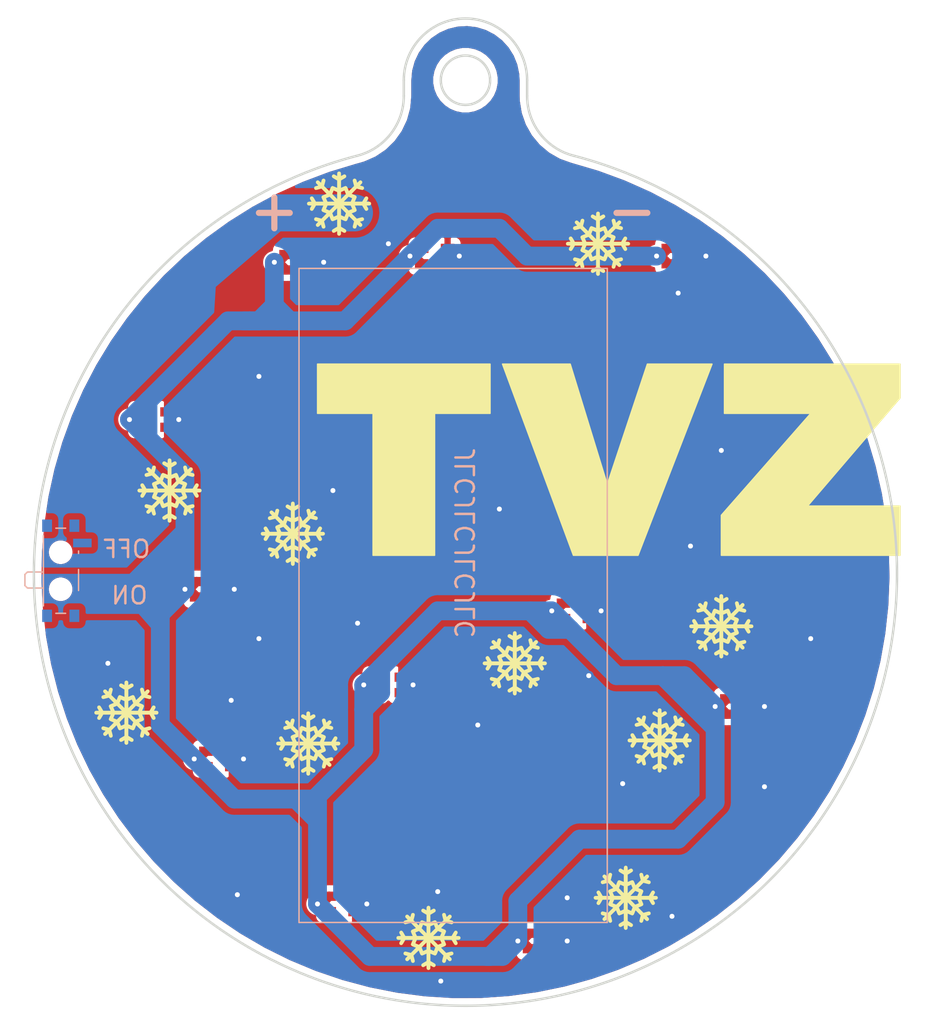
<source format=kicad_pcb>
(kicad_pcb (version 20171130) (host pcbnew "(5.1.10)-1")
  (layers (0 F.Cu signal) (31 B.Cu signal) (34 B.Paste user) (35 F.Paste user) (36 B.SilkS user) (37 F.SilkS user) (38 B.Mask user) (39 F.Mask user) (44 Edge.Cuts user))
  (net 0 "")
  (net 1 "Net-(D1-Pad1)")
  (net 2 "Net-(SW1-Pad3)")
  (net 3 VCC)
  (net 4 GND)
  (module TVZ_kuglica:ukras1 (layer F.Cu) (at 150 126.25)
    (fp_text reference G*** hide)
    (fp_text value LOGO hide)
  )
  (module TVZ_kuglica:ukras1 (layer F.Cu) (at 134 129.5)
    (fp_text reference G*** hide)
    (fp_text value LOGO hide)
  )
  (module TVZ_kuglica:ukras1 (layer F.Cu) (at 147.75 73.25)
    (fp_text reference G*** hide)
    (fp_text value LOGO hide)
  )
  (module TVZ_kuglica:ukras3 (layer F.Cu) (at 137 68.75)
    (fp_text reference G*** hide)
    (fp_text value LOGO hide)
  )
  (module TVZ_kuglica:ukras1 (layer F.Cu) (at 152.75 113.5)
    (fp_text reference G*** hide)
    (fp_text value LOGO hide)
  )
  (module TVZ_kuglica:ukras1 (layer F.Cu) (at 157.75 104.25)
    (fp_text reference G*** hide)
    (fp_text value LOGO hide)
  )
  (module TVZ_kuglica:ukras1 (layer F.Cu) (at 141 107.25)
    (fp_text reference G*** hide)
    (fp_text value LOGO hide)
  )
  (module TVZ_kuglica:ukras1 (layer F.Cu) (at 124.25 113.75)
    (fp_text reference G*** hide)
    (fp_text value LOGO hide)
  )
  (module TVZ_kuglica:ukras1 (layer F.Cu) (at 109.5 111.25)
    (fp_text reference G*** hide)
    (fp_text value LOGO hide)
  )
  (module TVZ_kuglica:ukras1 (layer F.Cu) (at 123 96.75)
    (fp_text reference G*** hide)
    (fp_text value LOGO hide)
  )
  (module TVZ_kuglica:ukras1 (layer F.Cu) (at 113 93.25)
    (fp_text reference G*** hide)
    (fp_text value LOGO hide)
  )
  (module TVZ_kuglica:ukras1 (layer F.Cu) (at 126.75 70)
    (fp_text reference G*** hide)
    (fp_text value LOGO hide)
  )
  (module TVZ_kuglica:BAT-2xAAA-horizontalni_padovi (layer B.Cu) (at 136.5 101.75)
    (fp_text reference BT1 hide)
    (fp_text value 2xAAA)
    (pad 1 smd oval (at -10 -31 90) (size 3 6) (layers B.Cu B.Paste B.Mask) (net 3 VCC))
    (pad 2 smd oval (at 9 -31 270) (size 3 6) (layers B.Cu B.Paste B.Mask) (net 4 GND))
  )
  (module Button_Switch_SMD:SW_SPDT_PCM12 (layer B.Cu) (at 104.5 99.75 90)
    (fp_text reference SW1 hide)
    (fp_text value SW_SPDT)
    (pad "" np_thru_hole circle (at -1.5 -0.33 90) (size 0.9 0.9) (drill 0.9) (layers *.Cu *.Mask))
    (pad "" np_thru_hole circle (at 1.5 -0.33 90) (size 0.9 0.9) (drill 0.9) (layers *.Cu *.Mask))
    (pad 1 smd rect (at -2.25 1.43 90) (size 0.7 1.5) (layers B.Cu B.Paste B.Mask) (net 1 "Net-(D1-Pad1)"))
    (pad 2 smd rect (at 0.75 1.43 90) (size 0.7 1.5) (layers B.Cu B.Paste B.Mask) (net 3 VCC))
    (pad 3 smd rect (at 2.25 1.43 90) (size 0.7 1.5) (layers B.Cu B.Paste B.Mask) (net 2 "Net-(SW1-Pad3)"))
    (pad "" smd rect (at -3.65 -1.43 90) (size 1 0.8) (layers B.Cu B.Paste B.Mask))
    (pad "" smd rect (at 3.65 -1.43 90) (size 1 0.8) (layers B.Cu B.Paste B.Mask))
    (pad "" smd rect (at 3.65 0.78 90) (size 1 0.8) (layers B.Cu B.Paste B.Mask))
    (pad "" smd rect (at -3.65 0.78 90) (size 1 0.8) (layers B.Cu B.Paste B.Mask))
  )
  (module TVZ_kuglica:LED-0807 (layer F.Cu) (at 111.75 87.5)
    (fp_text reference D1 hide)
    (fp_text value RGB)
    (pad 1 smd rect (at -1.05 -0.625) (size 1.1 0.75) (layers F.Cu F.Paste F.Mask) (net 1 "Net-(D1-Pad1)"))
    (pad 2 smd rect (at 1.05 -0.625) (size 1.1 0.75) (layers F.Cu F.Paste F.Mask) (net 4 GND))
    (pad 1 smd rect (at -1.05 0.625) (size 1.1 0.75) (layers F.Cu F.Paste F.Mask) (net 1 "Net-(D1-Pad1)"))
    (pad 2 smd rect (at 1.05 0.625) (size 1.1 0.75) (layers F.Cu F.Paste F.Mask) (net 4 GND))
  )
  (module TVZ_kuglica:LED-0807 (layer F.Cu) (at 123.5 74.75)
    (fp_text reference D2 hide)
    (fp_text value RGB)
    (pad 2 smd rect (at 1.05 0.625) (size 1.1 0.75) (layers F.Cu F.Paste F.Mask) (net 4 GND))
    (pad 1 smd rect (at -1.05 0.625) (size 1.1 0.75) (layers F.Cu F.Paste F.Mask) (net 1 "Net-(D1-Pad1)"))
    (pad 2 smd rect (at 1.05 -0.625) (size 1.1 0.75) (layers F.Cu F.Paste F.Mask) (net 4 GND))
    (pad 1 smd rect (at -1.05 -0.625) (size 1.1 0.75) (layers F.Cu F.Paste F.Mask) (net 1 "Net-(D1-Pad1)"))
  )
  (module TVZ_kuglica:LED-0807 (layer F.Cu) (at 154.5 74.25)
    (fp_text reference D3 hide)
    (fp_text value RGB)
    (pad 1 smd rect (at -1.05 -0.625) (size 1.1 0.75) (layers F.Cu F.Paste F.Mask) (net 1 "Net-(D1-Pad1)"))
    (pad 2 smd rect (at 1.05 -0.625) (size 1.1 0.75) (layers F.Cu F.Paste F.Mask) (net 4 GND))
    (pad 1 smd rect (at -1.05 0.625) (size 1.1 0.75) (layers F.Cu F.Paste F.Mask) (net 1 "Net-(D1-Pad1)"))
    (pad 2 smd rect (at 1.05 0.625) (size 1.1 0.75) (layers F.Cu F.Paste F.Mask) (net 4 GND))
  )
  (module TVZ_kuglica:LED-0807 (layer F.Cu) (at 130.75 109)
    (fp_text reference D4 hide)
    (fp_text value RGB)
    (pad 2 smd rect (at 1.05 0.625) (size 1.1 0.75) (layers F.Cu F.Paste F.Mask) (net 4 GND))
    (pad 1 smd rect (at -1.05 0.625) (size 1.1 0.75) (layers F.Cu F.Paste F.Mask) (net 1 "Net-(D1-Pad1)"))
    (pad 2 smd rect (at 1.05 -0.625) (size 1.1 0.75) (layers F.Cu F.Paste F.Mask) (net 4 GND))
    (pad 1 smd rect (at -1.05 -0.625) (size 1.1 0.75) (layers F.Cu F.Paste F.Mask) (net 1 "Net-(D1-Pad1)"))
  )
  (module TVZ_kuglica:LED-0807 (layer F.Cu) (at 117 115)
    (fp_text reference D5 hide)
    (fp_text value RGB)
    (pad 1 smd rect (at -1.05 -0.625) (size 1.1 0.75) (layers F.Cu F.Paste F.Mask) (net 1 "Net-(D1-Pad1)"))
    (pad 2 smd rect (at 1.05 -0.625) (size 1.1 0.75) (layers F.Cu F.Paste F.Mask) (net 4 GND))
    (pad 1 smd rect (at -1.05 0.625) (size 1.1 0.75) (layers F.Cu F.Paste F.Mask) (net 1 "Net-(D1-Pad1)"))
    (pad 2 smd rect (at 1.05 0.625) (size 1.1 0.75) (layers F.Cu F.Paste F.Mask) (net 4 GND))
  )
  (module TVZ_kuglica:LED-0807 (layer F.Cu) (at 116.25 101.25)
    (fp_text reference D6 hide)
    (fp_text value RGB)
    (pad 2 smd rect (at 1.05 0.625) (size 1.1 0.75) (layers F.Cu F.Paste F.Mask) (net 4 GND))
    (pad 1 smd rect (at -1.05 0.625) (size 1.1 0.75) (layers F.Cu F.Paste F.Mask) (net 1 "Net-(D1-Pad1)"))
    (pad 2 smd rect (at 1.05 -0.625) (size 1.1 0.75) (layers F.Cu F.Paste F.Mask) (net 4 GND))
    (pad 1 smd rect (at -1.05 -0.625) (size 1.1 0.75) (layers F.Cu F.Paste F.Mask) (net 1 "Net-(D1-Pad1)"))
  )
  (module TVZ_kuglica:LED-0807 (layer F.Cu) (at 143.25 129.75)
    (fp_text reference D7 hide)
    (fp_text value RGB)
    (pad 1 smd rect (at -1.05 -0.625) (size 1.1 0.75) (layers F.Cu F.Paste F.Mask) (net 1 "Net-(D1-Pad1)"))
    (pad 2 smd rect (at 1.05 -0.625) (size 1.1 0.75) (layers F.Cu F.Paste F.Mask) (net 4 GND))
    (pad 1 smd rect (at -1.05 0.625) (size 1.1 0.75) (layers F.Cu F.Paste F.Mask) (net 1 "Net-(D1-Pad1)"))
    (pad 2 smd rect (at 1.05 0.625) (size 1.1 0.75) (layers F.Cu F.Paste F.Mask) (net 4 GND))
  )
  (module TVZ_kuglica:LED-0807 (layer F.Cu) (at 159.25 110.75)
    (fp_text reference D8 hide)
    (fp_text value RGB)
    (pad 2 smd rect (at 1.05 0.625) (size 1.1 0.75) (layers F.Cu F.Paste F.Mask) (net 4 GND))
    (pad 1 smd rect (at -1.05 0.625) (size 1.1 0.75) (layers F.Cu F.Paste F.Mask) (net 1 "Net-(D1-Pad1)"))
    (pad 2 smd rect (at 1.05 -0.625) (size 1.1 0.75) (layers F.Cu F.Paste F.Mask) (net 4 GND))
    (pad 1 smd rect (at -1.05 -0.625) (size 1.1 0.75) (layers F.Cu F.Paste F.Mask) (net 1 "Net-(D1-Pad1)"))
  )
  (module TVZ_kuglica:LED-0807 (layer F.Cu) (at 134.5 74.25)
    (fp_text reference D9 hide)
    (fp_text value RGB)
    (pad 1 smd rect (at -1.05 -0.625) (size 1.1 0.75) (layers F.Cu F.Paste F.Mask) (net 1 "Net-(D1-Pad1)"))
    (pad 2 smd rect (at 1.05 -0.625) (size 1.1 0.75) (layers F.Cu F.Paste F.Mask) (net 4 GND))
    (pad 1 smd rect (at -1.05 0.625) (size 1.1 0.75) (layers F.Cu F.Paste F.Mask) (net 1 "Net-(D1-Pad1)"))
    (pad 2 smd rect (at 1.05 0.625) (size 1.1 0.75) (layers F.Cu F.Paste F.Mask) (net 4 GND))
  )
  (module TVZ_kuglica:LED-0807 (layer F.Cu) (at 146 103)
    (fp_text reference D10 hide)
    (fp_text value RGB)
    (pad 2 smd rect (at 1.05 0.625) (size 1.1 0.75) (layers F.Cu F.Paste F.Mask) (net 4 GND))
    (pad 1 smd rect (at -1.05 0.625) (size 1.1 0.75) (layers F.Cu F.Paste F.Mask) (net 1 "Net-(D1-Pad1)"))
    (pad 2 smd rect (at 1.05 -0.625) (size 1.1 0.75) (layers F.Cu F.Paste F.Mask) (net 4 GND))
    (pad 1 smd rect (at -1.05 -0.625) (size 1.1 0.75) (layers F.Cu F.Paste F.Mask) (net 1 "Net-(D1-Pad1)"))
  )
  (module TVZ_kuglica:LED-0807 (layer F.Cu) (at 127 126.75)
    (fp_text reference D11 hide)
    (fp_text value RGB)
    (pad 1 smd rect (at -1.05 -0.625) (size 1.1 0.75) (layers F.Cu F.Paste F.Mask) (net 1 "Net-(D1-Pad1)"))
    (pad 2 smd rect (at 1.05 -0.625) (size 1.1 0.75) (layers F.Cu F.Paste F.Mask) (net 4 GND))
    (pad 1 smd rect (at -1.05 0.625) (size 1.1 0.75) (layers F.Cu F.Paste F.Mask) (net 1 "Net-(D1-Pad1)"))
    (pad 2 smd rect (at 1.05 0.625) (size 1.1 0.75) (layers F.Cu F.Paste F.Mask) (net 4 GND))
  )
  (gr_poly (pts (xy 172.25 85.75) (xy 164.75 94.5) (xy 172.25 94.5) (xy 172.25 98.5) (xy 157.75 98.5) (xy 157.75 95.25) (xy 165 87) (xy 158 87) (xy 158 83) (xy 172.25 83)) (layer F.SilkS) (width 0.1))
  (gr_poly (pts (xy 148.5 92.75) (xy 151.75 83) (xy 157 83) (xy 151 98.5) (xy 145.75 98.5) (xy 140 83) (xy 145.5 83)) (layer F.SilkS) (width 0.1))
  (gr_poly (pts (xy 139 87) (xy 134.5 87) (xy 134.5 98.5) (xy 129.5 98.5) (xy 129.5 87) (xy 125 87) (xy 125 83) (xy 139 83)) (layer F.SilkS) (width 0.1))
  (gr_line (start 132 61.270167) (end 132 60) (layer Edge.Cuts) (width 0.2))
  (gr_arc (start 147 61.270167) (end 142 61.270167) (angle -75.52248781) (layer Edge.Cuts) (width 0.2))
  (gr_arc (start 137 60) (end 142 60) (angle -180) (layer Edge.Cuts) (width 0.2))
  (gr_arc (start 137 100) (end 128.249999 66.111396) (angle -331.0449756) (layer Edge.Cuts) (width 0.2))
  (gr_arc (start 126.999999 61.270167) (end 128.249999 66.111396) (angle -75.52248781) (layer Edge.Cuts) (width 0.2))
  (gr_line (start 142 60) (end 142 61.270167) (layer Edge.Cuts) (width 0.2))
  (gr_text ON (at 109.75 101.75) (layer B.SilkS) (effects (font (size 1.4 1.4) (thickness 0.2)) (justify mirror)))
  (gr_text OFF (at 109.5 98) (layer B.SilkS) (effects (font (size 1.4 1.4) (thickness 0.2)) (justify mirror)))
  (gr_text JLCJLCJLCJLC (at 137 97.5 90) (layer B.SilkS) (effects (font (size 1.5 1.5) (thickness 0.2)) (justify mirror)))
  (gr_circle (center 137 60) (end 139 60) (layer Edge.Cuts) (width 0.2))
  (via (at 144 103) (size 0.8) (drill 0.4) (layers F.Cu B.Cu) (net 1))
  (via (at 157.25 110.75) (size 0.8) (drill 0.4) (layers F.Cu B.Cu) (net 1))
  (via (at 141.25 129.75) (size 0.8) (drill 0.4) (layers F.Cu B.Cu) (net 1))
  (via (at 109.75 87.5) (size 0.8) (drill 0.4) (layers F.Cu B.Cu) (net 1))
  (via (at 121.5 74.75) (size 0.8) (drill 0.4) (layers F.Cu B.Cu) (net 1))
  (via (at 132.5 74.25) (size 0.8) (drill 0.4) (layers F.Cu B.Cu) (net 1))
  (via (at 152.5 74.25) (size 0.8) (drill 0.4) (layers F.Cu B.Cu) (net 1))
  (via (at 128.75 109) (size 0.8) (drill 0.4) (layers F.Cu B.Cu) (net 1))
  (via (at 114.25 101.25) (size 0.8) (drill 0.4) (layers F.Cu B.Cu) (net 1))
  (via (at 115 115) (size 0.8) (drill 0.4) (layers F.Cu B.Cu) (net 1))
  (segment (start 115.325 115) (end 115.95 114.375) (width 0.762) (layer F.Cu) (net 1))
  (segment (start 115.325 115) (end 115.95 115.625) (width 0.762) (layer F.Cu) (net 1))
  (segment (start 115 115) (end 115.325 115) (width 0.762) (layer F.Cu) (net 1))
  (segment (start 114.575 101.25) (end 115.2 100.625) (width 0.762) (layer F.Cu) (net 1))
  (segment (start 114.575 101.25) (end 115.2 101.875) (width 0.762) (layer F.Cu) (net 1))
  (segment (start 114.25 101.25) (end 114.575 101.25) (width 0.762) (layer F.Cu) (net 1))
  (segment (start 129.075 109) (end 129.7 109.625) (width 0.762) (layer F.Cu) (net 1))
  (segment (start 129.075 109) (end 129.7 108.375) (width 0.762) (layer F.Cu) (net 1))
  (segment (start 128.75 109) (end 129.075 109) (width 0.762) (layer F.Cu) (net 1))
  (segment (start 152.825 74.25) (end 153.45 74.875) (width 0.762) (layer F.Cu) (net 1))
  (segment (start 152.825 74.25) (end 153.45 73.625) (width 0.762) (layer F.Cu) (net 1))
  (segment (start 157.575 110.75) (end 158.2 110.125) (width 0.762) (layer F.Cu) (net 1))
  (segment (start 157.575 110.75) (end 158.2 111.375) (width 0.762) (layer F.Cu) (net 1))
  (segment (start 157.25 110.75) (end 157.575 110.75) (width 0.762) (layer F.Cu) (net 1))
  (segment (start 144.325 103) (end 144.95 102.375) (width 0.762) (layer F.Cu) (net 1))
  (segment (start 144.325 103) (end 144.95 103.625) (width 0.762) (layer F.Cu) (net 1))
  (segment (start 144 103) (end 144.325 103) (width 0.762) (layer F.Cu) (net 1))
  (segment (start 110.075 87.5) (end 110.7 86.875) (width 0.762) (layer F.Cu) (net 1))
  (segment (start 110.075 87.5) (end 110.7 88.125) (width 0.762) (layer F.Cu) (net 1))
  (segment (start 109.75 87.5) (end 110.075 87.5) (width 0.762) (layer F.Cu) (net 1))
  (segment (start 121.825 74.75) (end 122.45 74.125) (width 0.762) (layer F.Cu) (net 1))
  (segment (start 121.825 74.75) (end 122.45 75.375) (width 0.762) (layer F.Cu) (net 1))
  (segment (start 121.5 74.75) (end 121.825 74.75) (width 0.762) (layer F.Cu) (net 1))
  (segment (start 132.825 74.25) (end 133.45 73.625) (width 0.762) (layer F.Cu) (net 1))
  (segment (start 132.825 74.25) (end 133.45 74.875) (width 0.762) (layer F.Cu) (net 1))
  (segment (start 141.575 129.75) (end 142.2 130.375) (width 0.762) (layer F.Cu) (net 1))
  (segment (start 141.575 129.75) (end 142.2 129.125) (width 0.762) (layer F.Cu) (net 1))
  (segment (start 141.25 129.75) (end 141.575 129.75) (width 0.762) (layer F.Cu) (net 1))
  (segment (start 115 115) (end 112.25 112.25) (width 1.524) (layer B.Cu) (net 1))
  (segment (start 112.25 112.25) (end 112.25 103.25) (width 1.524) (layer B.Cu) (net 1))
  (segment (start 112.25 103.25) (end 114.25 101.25) (width 1.524) (layer B.Cu) (net 1))
  (segment (start 114.25 95.25) (end 114.25 92) (width 1.524) (layer B.Cu) (net 1))
  (segment (start 111.25 86) (end 111.375 85.875) (width 1.524) (layer B.Cu) (net 1))
  (segment (start 111.375 85.875) (end 116.75 80.5) (width 1.524) (layer B.Cu) (net 1))
  (segment (start 109.75 87.5) (end 111.375 85.875) (width 1.524) (layer B.Cu) (net 1))
  (segment (start 111.25 89) (end 111.25 86) (width 1.524) (layer B.Cu) (net 1))
  (segment (start 114.25 92) (end 111.25 89) (width 1.524) (layer B.Cu) (net 1))
  (segment (start 111.25 89) (end 109.75 87.5) (width 1.524) (layer B.Cu) (net 1))
  (segment (start 145.5 104.5) (end 143.75 104.5) (width 1.524) (layer B.Cu) (net 1))
  (segment (start 142.25 103) (end 134.75 103) (width 1.524) (layer B.Cu) (net 1))
  (segment (start 143.75 104.5) (end 142.25 103) (width 1.524) (layer B.Cu) (net 1))
  (segment (start 144 103) (end 142.25 103) (width 1.524) (layer B.Cu) (net 1))
  (segment (start 145.5 104.5) (end 144 103) (width 1.524) (layer B.Cu) (net 1))
  (segment (start 128.75 114.25) (end 124.75 118.25) (width 1.524) (layer B.Cu) (net 1))
  (segment (start 118.25 118.25) (end 115 115) (width 1.524) (layer B.Cu) (net 1))
  (segment (start 130.125 109.625) (end 128.75 111) (width 1.524) (layer B.Cu) (net 1))
  (segment (start 128.75 111) (end 128.75 114.25) (width 1.524) (layer B.Cu) (net 1))
  (segment (start 128.75 109) (end 128.75 111) (width 1.524) (layer B.Cu) (net 1))
  (segment (start 134.75 103) (end 130.125 107.625) (width 1.524) (layer B.Cu) (net 1))
  (segment (start 130.125 107.625) (end 130.125 109.625) (width 1.524) (layer B.Cu) (net 1))
  (segment (start 130.125 107.625) (end 128.75 109) (width 1.524) (layer B.Cu) (net 1))
  (segment (start 134.75 72) (end 132.5 74.25) (width 1.524) (layer B.Cu) (net 1))
  (segment (start 139.75 72) (end 134.75 72) (width 1.524) (layer B.Cu) (net 1))
  (segment (start 142 74.25) (end 139.75 72) (width 1.524) (layer B.Cu) (net 1))
  (segment (start 152.5 74.25) (end 142 74.25) (width 1.524) (layer B.Cu) (net 1))
  (segment (start 117.75 79.5) (end 116.75 80.5) (width 1.524) (layer B.Cu) (net 1))
  (segment (start 127.25 79.5) (end 132.5 74.25) (width 1.524) (layer B.Cu) (net 1))
  (segment (start 119.5 79.5) (end 119 79.5) (width 1.524) (layer B.Cu) (net 1))
  (segment (start 117.75 79.5) (end 119.5 79.5) (width 1.524) (layer B.Cu) (net 1))
  (segment (start 141.25 126.5) (end 146.25 121.5) (width 1.524) (layer B.Cu) (net 1))
  (segment (start 146.25 121.5) (end 154.25 121.5) (width 1.524) (layer B.Cu) (net 1))
  (segment (start 154.25 121.5) (end 157.25 118.5) (width 1.524) (layer B.Cu) (net 1))
  (segment (start 157.25 112.5) (end 157.25 110.75) (width 1.524) (layer B.Cu) (net 1))
  (segment (start 157.25 118.5) (end 157.25 112.5) (width 1.524) (layer B.Cu) (net 1))
  (segment (start 157.25 110.75) (end 154.75 108.25) (width 1.524) (layer B.Cu) (net 1))
  (segment (start 149.25 108.25) (end 147.75 106.75) (width 1.524) (layer B.Cu) (net 1))
  (segment (start 147.75 106.75) (end 145.5 104.5) (width 1.524) (layer B.Cu) (net 1))
  (segment (start 157.25 112.5) (end 153 108.25) (width 1.524) (layer B.Cu) (net 1))
  (segment (start 153 108.25) (end 149.25 108.25) (width 1.524) (layer B.Cu) (net 1))
  (segment (start 154.75 108.25) (end 153 108.25) (width 1.524) (layer B.Cu) (net 1))
  (segment (start 112.25 101.25) (end 114.25 99.25) (width 1.524) (layer B.Cu) (net 1))
  (segment (start 112.25 103.25) (end 112.25 101.25) (width 1.524) (layer B.Cu) (net 1))
  (segment (start 114.25 99.25) (end 114.25 95.25) (width 1.524) (layer B.Cu) (net 1))
  (segment (start 114.25 101.25) (end 114.25 99.25) (width 1.524) (layer B.Cu) (net 1))
  (via (at 125 126.75) (size 0.8) (drill 0.4) (layers F.Cu B.Cu) (net 1))
  (segment (start 125.325 126.75) (end 125.95 126.125) (width 0.762) (layer F.Cu) (net 1))
  (segment (start 125.325 126.75) (end 125.95 127.375) (width 0.762) (layer F.Cu) (net 1))
  (segment (start 125 126.75) (end 125.325 126.75) (width 0.762) (layer F.Cu) (net 1))
  (segment (start 125 118.5) (end 124.75 118.25) (width 1.524) (layer B.Cu) (net 1))
  (segment (start 123.25 118.25) (end 125 120) (width 1.524) (layer B.Cu) (net 1))
  (segment (start 125 120) (end 125 118.5) (width 1.524) (layer B.Cu) (net 1))
  (segment (start 124.75 118.25) (end 123.25 118.25) (width 1.524) (layer B.Cu) (net 1))
  (segment (start 125 126.75) (end 125 120) (width 1.524) (layer B.Cu) (net 1))
  (segment (start 123.25 118.25) (end 118.25 118.25) (width 1.524) (layer B.Cu) (net 1))
  (segment (start 141.25 129.75) (end 140 131) (width 1.524) (layer B.Cu) (net 1))
  (segment (start 129.25 131) (end 125 126.75) (width 1.524) (layer B.Cu) (net 1))
  (segment (start 138.75 131) (end 139 131) (width 1.524) (layer B.Cu) (net 1))
  (segment (start 139 131) (end 141.25 128.75) (width 1.524) (layer B.Cu) (net 1))
  (segment (start 141.25 128.75) (end 141.25 126.5) (width 1.524) (layer B.Cu) (net 1))
  (segment (start 141.25 129.75) (end 141.25 128.75) (width 1.524) (layer B.Cu) (net 1))
  (segment (start 140 131) (end 138.75 131) (width 1.524) (layer B.Cu) (net 1))
  (segment (start 138.75 131) (end 129.25 131) (width 1.524) (layer B.Cu) (net 1))
  (segment (start 121.5 79.25) (end 121.75 79.5) (width 1.524) (layer B.Cu) (net 1))
  (segment (start 119.5 79.5) (end 121.75 79.5) (width 1.524) (layer B.Cu) (net 1))
  (segment (start 119.5 79.5) (end 120.25 79.5) (width 1.524) (layer B.Cu) (net 1))
  (segment (start 121.5 78.25) (end 121.5 79.25) (width 1.524) (layer B.Cu) (net 1))
  (segment (start 120.25 79.5) (end 121.5 78.25) (width 1.524) (layer B.Cu) (net 1))
  (segment (start 121.5 74.75) (end 121.5 78.25) (width 1.524) (layer B.Cu) (net 1))
  (segment (start 121.5 78.25) (end 122.75 79.5) (width 1.524) (layer B.Cu) (net 1))
  (segment (start 122.75 79.5) (end 127.25 79.5) (width 1.524) (layer B.Cu) (net 1))
  (segment (start 121.75 79.5) (end 122.75 79.5) (width 1.524) (layer B.Cu) (net 1))
  (segment (start 105.93 99) (end 108.75 99) (width 0.762) (layer B.Cu) (net 3))
  (segment (start 108.75 99) (end 109.75 98) (width 0.762) (layer B.Cu) (net 3))
  (segment (start 109.75 98) (end 109.75 94) (width 0.762) (layer B.Cu) (net 3))
  (segment (start 109.75 94) (end 107.25 91.5) (width 0.762) (layer B.Cu) (net 3))
  (segment (start 107.25 91.5) (end 107.25 86) (width 0.762) (layer B.Cu) (net 3))
  (segment (start 107.25 86) (end 113.5 79.75) (width 0.762) (layer B.Cu) (net 3))
  (segment (start 113.5 79.75) (end 113.5 77) (width 0.762) (layer B.Cu) (net 3))
  (segment (start 119.75 70.75) (end 126.5 70.75) (width 0.762) (layer B.Cu) (net 3))
  (segment (start 113.5 77) (end 119.75 70.75) (width 0.762) (layer B.Cu) (net 3))
  (via (at 118.5 126) (size 0.8) (drill 0.4) (layers F.Cu B.Cu) (net 4))
  (via (at 134.75 125.75) (size 0.8) (drill 0.4) (layers F.Cu B.Cu) (net 4))
  (via (at 135 133) (size 0.8) (drill 0.4) (layers F.Cu B.Cu) (net 4))
  (via (at 145.25 126.25) (size 0.8) (drill 0.4) (layers F.Cu B.Cu) (net 4))
  (via (at 153.75 127.75) (size 0.8) (drill 0.4) (layers F.Cu B.Cu) (net 4))
  (via (at 154.25 77.25) (size 0.8) (drill 0.4) (layers F.Cu B.Cu) (net 4))
  (via (at 130.75 73.25) (size 0.8) (drill 0.4) (layers F.Cu B.Cu) (net 4))
  (via (at 120.25 84) (size 0.8) (drill 0.4) (layers F.Cu B.Cu) (net 4))
  (via (at 126.25 93.25) (size 0.8) (drill 0.4) (layers F.Cu B.Cu) (net 4))
  (via (at 120.25 105.25) (size 0.8) (drill 0.4) (layers F.Cu B.Cu) (net 4))
  (via (at 128.25 104) (size 0.8) (drill 0.4) (layers F.Cu B.Cu) (net 4))
  (via (at 108 107.25) (size 0.8) (drill 0.4) (layers F.Cu B.Cu) (net 4))
  (via (at 118 110.25) (size 0.8) (drill 0.4) (layers F.Cu B.Cu) (net 4))
  (via (at 138 112.25) (size 0.8) (drill 0.4) (layers F.Cu B.Cu) (net 4))
  (via (at 149.75 117) (size 0.8) (drill 0.4) (layers F.Cu B.Cu) (net 4))
  (via (at 147 108.25) (size 0.8) (drill 0.4) (layers F.Cu B.Cu) (net 4))
  (via (at 165 105.25) (size 0.8) (drill 0.4) (layers F.Cu B.Cu) (net 4))
  (via (at 161.25 117.25) (size 0.8) (drill 0.4) (layers F.Cu B.Cu) (net 4))
  (via (at 155.25 97.75) (size 0.8) (drill 0.4) (layers F.Cu B.Cu) (net 4))
  (via (at 157.75 90) (size 0.8) (drill 0.4) (layers F.Cu B.Cu) (net 4))
  (via (at 139.75 94.75) (size 0.8) (drill 0.4) (layers F.Cu B.Cu) (net 4))
  (via (at 161.25 110.75) (size 0.8) (drill 0.4) (layers F.Cu B.Cu) (net 4))
  (via (at 132.75 109) (size 0.8) (drill 0.4) (layers F.Cu B.Cu) (net 4))
  (via (at 148 103) (size 0.8) (drill 0.4) (layers F.Cu B.Cu) (net 4))
  (via (at 119 115) (size 0.8) (drill 0.4) (layers F.Cu B.Cu) (net 4))
  (via (at 118.25 101.25) (size 0.8) (drill 0.4) (layers F.Cu B.Cu) (net 4))
  (via (at 145.25 129.75) (size 0.8) (drill 0.4) (layers F.Cu B.Cu) (net 4))
  (via (at 113.75 87.5) (size 0.8) (drill 0.4) (layers F.Cu B.Cu) (net 4))
  (via (at 136.5 74.25) (size 0.8) (drill 0.4) (layers F.Cu B.Cu) (net 4))
  (via (at 156.5 74.25) (size 0.8) (drill 0.4) (layers F.Cu B.Cu) (net 4))
  (via (at 125.5 74.75) (size 0.8) (drill 0.4) (layers F.Cu B.Cu) (net 4))
  (via (at 129 126.75) (size 0.8) (drill 0.4) (layers F.Cu B.Cu) (net 4))
  (zone (net 4) (net_name GND) (layer F.Cu) (connect_pads (clearance 0.508)) (min_thickness 0.254) (fill yes (arc_segments 32) (thermal_gap 0.508) (thermal_bridge_width 0.508))
    (polygon (pts (xy 175.75 53.5) (xy 175.75 136.5) (xy 99.25 136.5) (xy 99.25 53.75)))
  )
  (zone (net 4) (net_name GND) (layer B.Cu) (connect_pads yes (clearance 0.508)) (min_thickness 0.254) (fill yes (arc_segments 32) (thermal_gap 0.508) (thermal_bridge_width 0.508))
    (polygon (pts (xy 175.75 53.5) (xy 175.75 136.5) (xy 99.25 136.5) (xy 99.25 53.75)))
  )
  (zone (net 3) (net_name VCC) (layer B.Cu) (priority 1) (connect_pads yes (clearance 0.508)) (min_thickness 0.254) (fill yes (arc_segments 32) (thermal_gap 0.508) (thermal_bridge_width 0.508))
    (polygon (pts (xy 125 72.25) (xy 122 72.25) (xy 116.75 76.75) (xy 116.5 80.75) (xy 111 86.25) (xy 110.75 88.25) (xy 113.75 91.5) (xy 113.75 96) (xy 109.75 100) (xy 101.25 100) (xy 101.25 69.25) (xy 125 69.25)))
  )
  (zone (net 1) (net_name "Net-(D1-Pad1)") (layer B.Cu) (priority 2) (connect_pads yes (clearance 0.508)) (min_thickness 0.254) (fill yes (arc_segments 32) (thermal_gap 0.508) (thermal_bridge_width 0.508))
    (polygon (pts (xy 114.25 101.25) (xy 112.25 103.25) (xy 112.25 105.25) (xy 110.5 103.25) (xy 101.25 103.25) (xy 101.25 100) (xy 109.75 100) (xy 114.25 95.5)))
  )
)
</source>
